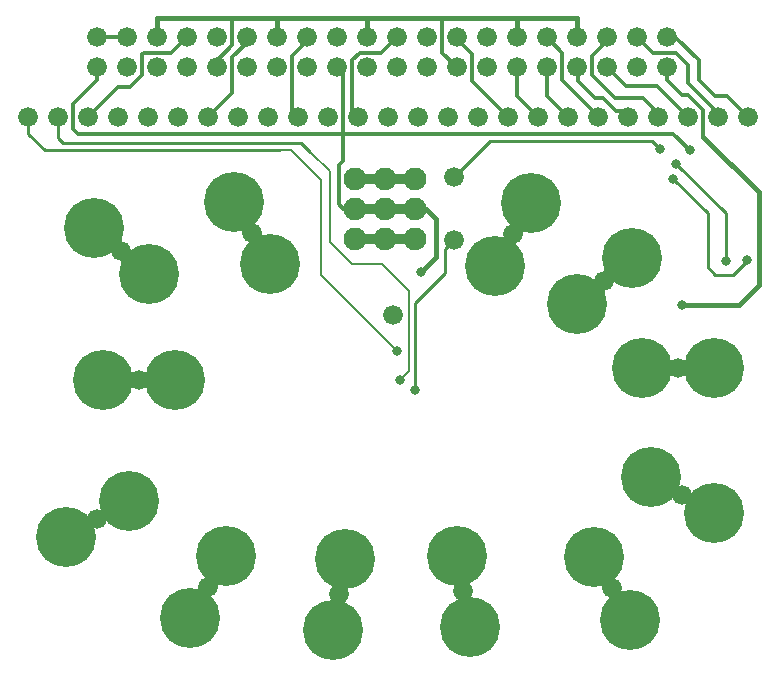
<source format=gbr>
G04 EAGLE Gerber RS-274X export*
G75*
%MOMM*%
%FSLAX34Y34*%
%LPD*%
%INBottom Copper*%
%IPPOS*%
%AMOC8*
5,1,8,0,0,1.08239X$1,22.5*%
G01*
%ADD10C,1.676400*%
%ADD11C,5.080000*%
%ADD12C,0.304800*%
%ADD13C,0.812800*%
%ADD14C,1.930400*%
%ADD15C,0.800100*%
%ADD16C,0.203200*%
%ADD17C,0.254000*%
%ADD18C,0.406400*%


D10*
X83700Y499600D03*
X83700Y525000D03*
X109100Y499600D03*
X109100Y525000D03*
X134500Y499600D03*
X134500Y525000D03*
X159900Y499600D03*
X159900Y525000D03*
X185300Y499600D03*
X185300Y525000D03*
X210700Y499600D03*
X210700Y525000D03*
X236100Y499600D03*
X236100Y525000D03*
X261500Y499600D03*
X261500Y525000D03*
X286900Y499600D03*
X286900Y525000D03*
X312300Y499600D03*
X312300Y525000D03*
X337700Y499600D03*
X337700Y525000D03*
X363100Y499600D03*
X363100Y525000D03*
X388500Y499600D03*
X388500Y525000D03*
X413900Y499600D03*
X413900Y525000D03*
X439300Y499600D03*
X439300Y525000D03*
X464700Y499600D03*
X464700Y525000D03*
X490100Y499600D03*
X490100Y525000D03*
X515500Y499600D03*
X515500Y525000D03*
X540900Y499600D03*
X540900Y525000D03*
X566300Y499600D03*
X566300Y525000D03*
X25400Y457200D03*
X50800Y457200D03*
X76200Y457200D03*
X101600Y457200D03*
X127000Y457200D03*
X152400Y457200D03*
X177800Y457200D03*
X203200Y457200D03*
X228600Y457200D03*
X254000Y457200D03*
X279400Y457200D03*
X304800Y457200D03*
X330200Y457200D03*
X355600Y457200D03*
X381000Y457200D03*
X406400Y457200D03*
X431800Y457200D03*
X457200Y457200D03*
X482600Y457200D03*
X508000Y457200D03*
X533400Y457200D03*
X558800Y457200D03*
X584200Y457200D03*
X609600Y457200D03*
X635000Y457200D03*
D11*
X229870Y333014D03*
X199390Y385806D03*
X127489Y324578D03*
X80791Y363762D03*
X88900Y234950D03*
X149860Y234950D03*
X57424Y101600D03*
X110216Y132080D03*
X162560Y33294D03*
X193040Y86086D03*
X282997Y23323D03*
X293583Y83357D03*
X398993Y25863D03*
X388407Y85897D03*
X534670Y32024D03*
X504190Y84816D03*
X605516Y121920D03*
X552724Y152400D03*
X544830Y245110D03*
X605790Y245110D03*
X489731Y299178D03*
X536429Y338362D03*
X420370Y331744D03*
X450850Y384536D03*
D10*
X386080Y353060D03*
X386080Y406400D03*
X435610Y358140D03*
X513080Y318770D03*
X575310Y245110D03*
X579120Y137160D03*
X519430Y58420D03*
X393700Y55880D03*
X288290Y53340D03*
X177800Y59690D03*
X83820Y116840D03*
X119380Y234950D03*
X104140Y344170D03*
X214630Y359410D03*
X334010Y289560D03*
D12*
X109100Y525000D02*
X83700Y525000D01*
D13*
X302260Y405130D02*
X327660Y405130D01*
X353060Y405130D01*
D14*
X353060Y405130D03*
X327660Y405130D03*
X302260Y405130D03*
D15*
X337820Y259080D03*
D16*
X273050Y323850D01*
X273050Y403860D01*
X247650Y429260D01*
X238760Y429260D01*
D17*
X39370Y429260D01*
X25400Y443230D01*
X25400Y457200D01*
X25400Y462280D01*
D15*
X340360Y234950D03*
D16*
X347980Y242570D01*
X347980Y309880D01*
X325120Y332740D01*
X299720Y332740D01*
X280670Y351790D01*
X280670Y411480D01*
X264160Y427990D01*
D17*
X256540Y435610D01*
X54610Y435610D01*
X50800Y439420D01*
X50800Y457200D01*
D12*
X439300Y475100D02*
X439300Y499600D01*
X439300Y475100D02*
X457200Y457200D01*
X464700Y475100D02*
X464700Y499600D01*
X464700Y475100D02*
X482600Y457200D01*
X490100Y499600D02*
X491000Y499600D01*
X491000Y488170D01*
X505460Y473710D01*
X511810Y473710D01*
X523240Y462280D01*
X528320Y462280D01*
X533400Y457200D01*
X531230Y483870D02*
X515500Y499600D01*
X531230Y483870D02*
X557530Y483870D01*
X584200Y457200D01*
D17*
X416560Y436880D02*
X386080Y406400D01*
X416560Y436880D02*
X553720Y436880D01*
X560070Y430530D01*
D15*
X560070Y430530D03*
D12*
X292100Y494400D02*
X286900Y499600D01*
X292100Y494400D02*
X292100Y443230D01*
D13*
X302260Y379730D02*
X308610Y379730D01*
X327660Y379730D01*
X353060Y379730D01*
D14*
X302260Y379730D03*
X327660Y379730D03*
X353060Y379730D03*
D12*
X292100Y420370D02*
X292100Y443230D01*
X292100Y420370D02*
X288290Y416560D01*
X288290Y383540D01*
X292100Y379730D01*
X308610Y379730D01*
X292100Y443230D02*
X571500Y443230D01*
X585470Y429260D01*
D15*
X585470Y429260D03*
D12*
X83700Y488830D02*
X83700Y499600D01*
X83700Y488830D02*
X63500Y468630D01*
X63500Y447040D01*
X67310Y443230D01*
X292100Y443230D01*
D15*
X358140Y326390D03*
D18*
X370840Y339090D01*
X370840Y370840D01*
X361950Y379730D01*
X353060Y379730D01*
X490100Y525000D02*
X490100Y541020D01*
X439420Y541020D01*
X439420Y525000D01*
X439300Y525000D01*
X312300Y525000D02*
X312300Y541020D01*
X375920Y541020D01*
X439420Y541020D01*
X236100Y541020D02*
X236100Y525000D01*
X236100Y541020D02*
X312300Y541020D01*
X134500Y541020D02*
X134500Y525000D01*
X134500Y541020D02*
X199390Y541020D01*
X236100Y541020D01*
D12*
X185300Y505340D02*
X185300Y499600D01*
X185300Y505340D02*
X198120Y518160D01*
X198120Y539750D01*
X199390Y541020D01*
X375920Y512180D02*
X388500Y499600D01*
X375920Y512180D02*
X375920Y541020D01*
X185300Y499600D02*
X185300Y497720D01*
D13*
X302260Y354330D02*
X327660Y354330D01*
X353060Y354330D01*
D14*
X302260Y354330D03*
X327660Y354330D03*
X353060Y354330D03*
D12*
X566300Y489070D02*
X566300Y499600D01*
X566300Y489070D02*
X579120Y476250D01*
X584200Y476250D01*
X596900Y463550D01*
X596900Y440690D01*
D15*
X579120Y298450D03*
D18*
X627380Y298450D01*
X643890Y314960D01*
X643890Y393700D01*
X596900Y440690D01*
D12*
X101600Y482600D02*
X76200Y457200D01*
X101600Y482600D02*
X111760Y482600D01*
X121920Y492760D01*
X121920Y510540D01*
X123190Y511810D01*
X146050Y511810D01*
X159240Y525000D01*
X159900Y525000D01*
X198120Y477520D02*
X177800Y457200D01*
X198120Y477520D02*
X198120Y508000D01*
X210700Y520580D01*
X210700Y525000D01*
X299720Y462280D02*
X304800Y457200D01*
X299720Y462280D02*
X299720Y505460D01*
X306070Y511810D01*
X323850Y511810D01*
X337040Y525000D01*
X337700Y525000D01*
X388500Y525000D02*
X388500Y523360D01*
X401320Y510540D01*
X401320Y487680D01*
X431800Y457200D01*
D15*
X615950Y335280D03*
D17*
X615950Y375920D01*
X574040Y417830D01*
D15*
X574040Y417830D03*
D12*
X515500Y521850D02*
X515500Y525000D01*
X515500Y521850D02*
X502920Y509270D01*
X502920Y492760D01*
X521970Y473710D01*
X546100Y473710D01*
X558800Y461010D01*
X558800Y457200D01*
X554090Y511810D02*
X540900Y525000D01*
X554090Y511810D02*
X574040Y511810D01*
X584200Y501650D01*
X584200Y486410D01*
X609600Y461010D01*
X609600Y457200D01*
X617220Y474980D02*
X635000Y457200D01*
X617220Y474980D02*
X607060Y474980D01*
X593090Y488950D01*
X593090Y505460D01*
X574040Y524510D01*
X566790Y524510D01*
X566300Y525000D01*
X254000Y457200D02*
X248920Y462280D01*
X248920Y509270D01*
X261500Y521850D01*
X261500Y525000D01*
D15*
X633730Y336550D03*
D17*
X633730Y335280D01*
X622300Y323850D01*
X607060Y323850D01*
X600710Y330200D01*
X600710Y375920D01*
X571500Y405130D01*
D15*
X571500Y405130D03*
D12*
X477520Y512180D02*
X464700Y525000D01*
X477520Y512180D02*
X477520Y488950D01*
X508000Y458470D01*
X508000Y457200D01*
D17*
X386080Y353060D02*
X378460Y345440D01*
X378460Y325120D01*
X353060Y299720D01*
X353060Y226060D01*
D15*
X353060Y226060D03*
M02*

</source>
